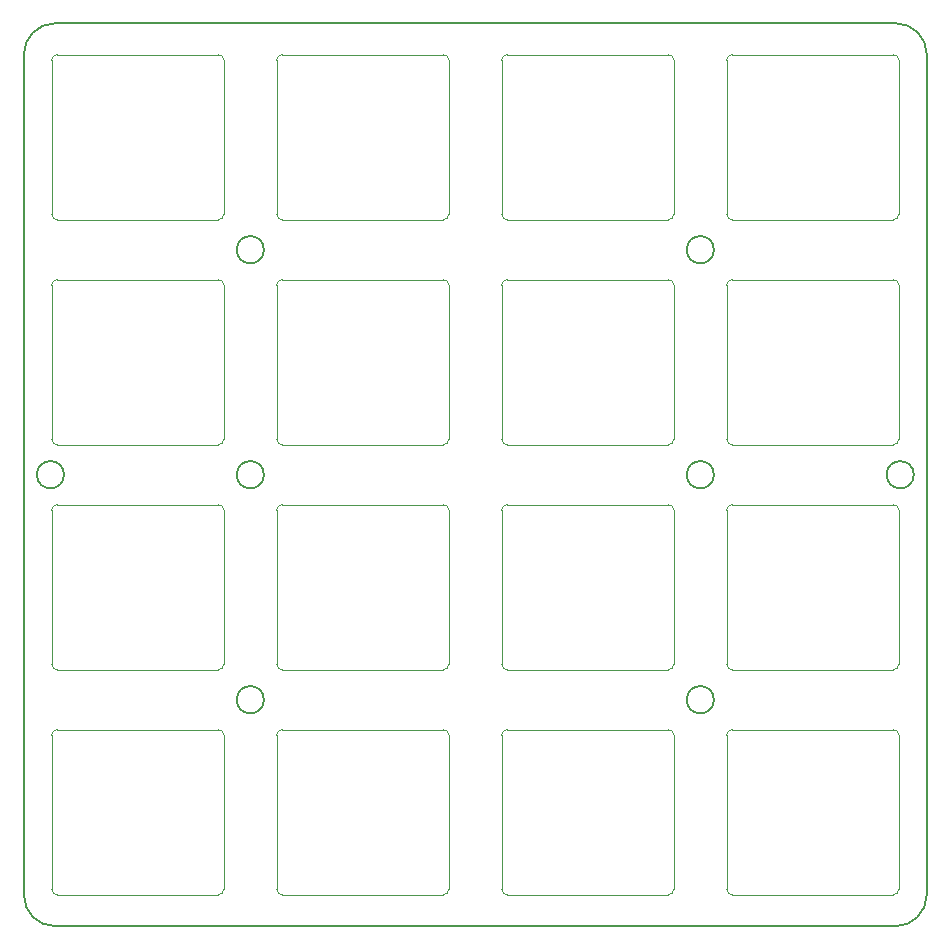
<source format=gbr>
%TF.GenerationSoftware,KiCad,Pcbnew,8.0.8*%
%TF.CreationDate,2025-03-01T19:07:18+01:00*%
%TF.ProjectId,plate 1u,706c6174-6520-4317-952e-6b696361645f,rev?*%
%TF.SameCoordinates,Original*%
%TF.FileFunction,Profile,NP*%
%FSLAX46Y46*%
G04 Gerber Fmt 4.6, Leading zero omitted, Abs format (unit mm)*
G04 Created by KiCad (PCBNEW 8.0.8) date 2025-03-01 19:07:18*
%MOMM*%
%LPD*%
G01*
G04 APERTURE LIST*
%TA.AperFunction,Profile*%
%ADD10C,0.200000*%
%TD*%
%TA.AperFunction,Profile*%
%ADD11C,0.120000*%
%TD*%
G04 APERTURE END LIST*
D10*
X90050000Y-49212500D02*
G75*
G02*
X87750000Y-49212500I-1150000J0D01*
G01*
X87750000Y-49212500D02*
G75*
G02*
X90050000Y-49212500I1150000J0D01*
G01*
X73125000Y-68262500D02*
G75*
G02*
X70825000Y-68262500I-1150000J0D01*
G01*
X70825000Y-68262500D02*
G75*
G02*
X73125000Y-68262500I1150000J0D01*
G01*
X90050000Y-87312500D02*
G75*
G02*
X87750000Y-87312500I-1150000J0D01*
G01*
X87750000Y-87312500D02*
G75*
G02*
X90050000Y-87312500I1150000J0D01*
G01*
X69725000Y-32687500D02*
X69725000Y-103837500D01*
X143525000Y-30037500D02*
X72375000Y-30037500D01*
X143525000Y-30037500D02*
G75*
G02*
X146175000Y-32687500I0J-2650000D01*
G01*
X69725000Y-32687500D02*
G75*
G02*
X72375000Y-30037500I2650000J0D01*
G01*
X146175000Y-103837500D02*
X146175000Y-32687500D01*
X72375000Y-106487500D02*
X143525000Y-106487500D01*
X145075000Y-68262500D02*
G75*
G02*
X142775000Y-68262500I-1150000J0D01*
G01*
X142775000Y-68262500D02*
G75*
G02*
X145075000Y-68262500I1150000J0D01*
G01*
X90050000Y-68262500D02*
G75*
G02*
X87750000Y-68262500I-1150000J0D01*
G01*
X87750000Y-68262500D02*
G75*
G02*
X90050000Y-68262500I1150000J0D01*
G01*
X146175000Y-103837500D02*
G75*
G02*
X143525000Y-106487500I-2650000J0D01*
G01*
X128150000Y-87312500D02*
G75*
G02*
X125850000Y-87312500I-1150000J0D01*
G01*
X125850000Y-87312500D02*
G75*
G02*
X128150000Y-87312500I1150000J0D01*
G01*
X72375000Y-106487500D02*
G75*
G02*
X69725000Y-103837500I0J2650000D01*
G01*
X128150000Y-68262500D02*
G75*
G02*
X125850000Y-68262500I-1150000J0D01*
G01*
X125850000Y-68262500D02*
G75*
G02*
X128150000Y-68262500I1150000J0D01*
G01*
X128150000Y-49212500D02*
G75*
G02*
X125850000Y-49212500I-1150000J0D01*
G01*
X125850000Y-49212500D02*
G75*
G02*
X128150000Y-49212500I1150000J0D01*
G01*
D11*
%TO.C,REF\u002A\u002A*%
X129225000Y-33187500D02*
X129225000Y-46187500D01*
X129725000Y-46687500D02*
X143325000Y-46687500D01*
X143325000Y-32687500D02*
X129725000Y-32687500D01*
X143825000Y-46187500D02*
X143825000Y-33187500D01*
X129225000Y-33187500D02*
G75*
G02*
X129725000Y-32687500I500001J-1D01*
G01*
X129725000Y-46687500D02*
G75*
G02*
X129225000Y-46187500I1J500001D01*
G01*
X143325000Y-32687500D02*
G75*
G02*
X143825000Y-33187500I0J-500000D01*
G01*
X143825000Y-46187500D02*
G75*
G02*
X143325000Y-46687500I-500000J0D01*
G01*
X91125000Y-52237500D02*
X91125000Y-65237500D01*
X91625000Y-65737500D02*
X105225000Y-65737500D01*
X105225000Y-51737500D02*
X91625000Y-51737500D01*
X105725000Y-65237500D02*
X105725000Y-52237500D01*
X91125000Y-52237500D02*
G75*
G02*
X91625000Y-51737500I500001J-1D01*
G01*
X91625000Y-65737500D02*
G75*
G02*
X91125000Y-65237500I1J500001D01*
G01*
X105225000Y-51737500D02*
G75*
G02*
X105725000Y-52237500I0J-500000D01*
G01*
X105725000Y-65237500D02*
G75*
G02*
X105225000Y-65737500I-500000J0D01*
G01*
X110175000Y-52237500D02*
X110175000Y-65237500D01*
X110675000Y-65737500D02*
X124275000Y-65737500D01*
X124275000Y-51737500D02*
X110675000Y-51737500D01*
X124775000Y-65237500D02*
X124775000Y-52237500D01*
X110175000Y-52237500D02*
G75*
G02*
X110675000Y-51737500I500001J-1D01*
G01*
X110675000Y-65737500D02*
G75*
G02*
X110175000Y-65237500I1J500001D01*
G01*
X124275000Y-51737500D02*
G75*
G02*
X124775000Y-52237500I0J-500000D01*
G01*
X124775000Y-65237500D02*
G75*
G02*
X124275000Y-65737500I-500000J0D01*
G01*
X129225000Y-71287500D02*
X129225000Y-84287500D01*
X129725000Y-84787500D02*
X143325000Y-84787500D01*
X143325000Y-70787500D02*
X129725000Y-70787500D01*
X143825000Y-84287500D02*
X143825000Y-71287500D01*
X129225000Y-71287500D02*
G75*
G02*
X129725000Y-70787500I500001J-1D01*
G01*
X129725000Y-84787500D02*
G75*
G02*
X129225000Y-84287500I1J500001D01*
G01*
X143325000Y-70787500D02*
G75*
G02*
X143825000Y-71287500I0J-500000D01*
G01*
X143825000Y-84287500D02*
G75*
G02*
X143325000Y-84787500I-500000J0D01*
G01*
X91125000Y-71287500D02*
X91125000Y-84287500D01*
X91625000Y-84787500D02*
X105225000Y-84787500D01*
X105225000Y-70787500D02*
X91625000Y-70787500D01*
X105725000Y-84287500D02*
X105725000Y-71287500D01*
X91125000Y-71287500D02*
G75*
G02*
X91625000Y-70787500I500001J-1D01*
G01*
X91625000Y-84787500D02*
G75*
G02*
X91125000Y-84287500I1J500001D01*
G01*
X105225000Y-70787500D02*
G75*
G02*
X105725000Y-71287500I0J-500000D01*
G01*
X105725000Y-84287500D02*
G75*
G02*
X105225000Y-84787500I-500000J0D01*
G01*
X72075000Y-52237500D02*
X72075000Y-65237500D01*
X72575000Y-65737500D02*
X86175000Y-65737500D01*
X86175000Y-51737500D02*
X72575000Y-51737500D01*
X86675000Y-65237500D02*
X86675000Y-52237500D01*
X72075000Y-52237500D02*
G75*
G02*
X72575000Y-51737500I500001J-1D01*
G01*
X72575000Y-65737500D02*
G75*
G02*
X72075000Y-65237500I1J500001D01*
G01*
X86175000Y-51737500D02*
G75*
G02*
X86675000Y-52237500I0J-500000D01*
G01*
X86675000Y-65237500D02*
G75*
G02*
X86175000Y-65737500I-500000J0D01*
G01*
X72075000Y-71287500D02*
X72075000Y-84287500D01*
X72575000Y-84787500D02*
X86175000Y-84787500D01*
X86175000Y-70787500D02*
X72575000Y-70787500D01*
X86675000Y-84287500D02*
X86675000Y-71287500D01*
X72075000Y-71287500D02*
G75*
G02*
X72575000Y-70787500I500001J-1D01*
G01*
X72575000Y-84787500D02*
G75*
G02*
X72075000Y-84287500I1J500001D01*
G01*
X86175000Y-70787500D02*
G75*
G02*
X86675000Y-71287500I0J-500000D01*
G01*
X86675000Y-84287500D02*
G75*
G02*
X86175000Y-84787500I-500000J0D01*
G01*
X72075000Y-90337500D02*
X72075000Y-103337500D01*
X72575000Y-103837500D02*
X86175000Y-103837500D01*
X86175000Y-89837500D02*
X72575000Y-89837500D01*
X86675000Y-103337500D02*
X86675000Y-90337500D01*
X72075000Y-90337500D02*
G75*
G02*
X72575000Y-89837500I500001J-1D01*
G01*
X72575000Y-103837500D02*
G75*
G02*
X72075000Y-103337500I1J500001D01*
G01*
X86175000Y-89837500D02*
G75*
G02*
X86675000Y-90337500I0J-500000D01*
G01*
X86675000Y-103337500D02*
G75*
G02*
X86175000Y-103837500I-500000J0D01*
G01*
X110175000Y-33187500D02*
X110175000Y-46187500D01*
X110675000Y-46687500D02*
X124275000Y-46687500D01*
X124275000Y-32687500D02*
X110675000Y-32687500D01*
X124775000Y-46187500D02*
X124775000Y-33187500D01*
X110175000Y-33187500D02*
G75*
G02*
X110675000Y-32687500I500001J-1D01*
G01*
X110675000Y-46687500D02*
G75*
G02*
X110175000Y-46187500I1J500001D01*
G01*
X124275000Y-32687500D02*
G75*
G02*
X124775000Y-33187500I0J-500000D01*
G01*
X124775000Y-46187500D02*
G75*
G02*
X124275000Y-46687500I-500000J0D01*
G01*
X110175000Y-71287500D02*
X110175000Y-84287500D01*
X110675000Y-84787500D02*
X124275000Y-84787500D01*
X124275000Y-70787500D02*
X110675000Y-70787500D01*
X124775000Y-84287500D02*
X124775000Y-71287500D01*
X110175000Y-71287500D02*
G75*
G02*
X110675000Y-70787500I500001J-1D01*
G01*
X110675000Y-84787500D02*
G75*
G02*
X110175000Y-84287500I1J500001D01*
G01*
X124275000Y-70787500D02*
G75*
G02*
X124775000Y-71287500I0J-500000D01*
G01*
X124775000Y-84287500D02*
G75*
G02*
X124275000Y-84787500I-500000J0D01*
G01*
X110175000Y-90337500D02*
X110175000Y-103337500D01*
X110675000Y-103837500D02*
X124275000Y-103837500D01*
X124275000Y-89837500D02*
X110675000Y-89837500D01*
X124775000Y-103337500D02*
X124775000Y-90337500D01*
X110175000Y-90337500D02*
G75*
G02*
X110675000Y-89837500I500001J-1D01*
G01*
X110675000Y-103837500D02*
G75*
G02*
X110175000Y-103337500I1J500001D01*
G01*
X124275000Y-89837500D02*
G75*
G02*
X124775000Y-90337500I0J-500000D01*
G01*
X124775000Y-103337500D02*
G75*
G02*
X124275000Y-103837500I-500000J0D01*
G01*
X91125000Y-90337500D02*
X91125000Y-103337500D01*
X91625000Y-103837500D02*
X105225000Y-103837500D01*
X105225000Y-89837500D02*
X91625000Y-89837500D01*
X105725000Y-103337500D02*
X105725000Y-90337500D01*
X91125000Y-90337500D02*
G75*
G02*
X91625000Y-89837500I500001J-1D01*
G01*
X91625000Y-103837500D02*
G75*
G02*
X91125000Y-103337500I1J500001D01*
G01*
X105225000Y-89837500D02*
G75*
G02*
X105725000Y-90337500I0J-500000D01*
G01*
X105725000Y-103337500D02*
G75*
G02*
X105225000Y-103837500I-500000J0D01*
G01*
X129225000Y-52237500D02*
X129225000Y-65237500D01*
X129725000Y-65737500D02*
X143325000Y-65737500D01*
X143325000Y-51737500D02*
X129725000Y-51737500D01*
X143825000Y-65237500D02*
X143825000Y-52237500D01*
X129225000Y-52237500D02*
G75*
G02*
X129725000Y-51737500I500001J-1D01*
G01*
X129725000Y-65737500D02*
G75*
G02*
X129225000Y-65237500I1J500001D01*
G01*
X143325000Y-51737500D02*
G75*
G02*
X143825000Y-52237500I0J-500000D01*
G01*
X143825000Y-65237500D02*
G75*
G02*
X143325000Y-65737500I-500000J0D01*
G01*
X129225000Y-90337500D02*
X129225000Y-103337500D01*
X129725000Y-103837500D02*
X143325000Y-103837500D01*
X143325000Y-89837500D02*
X129725000Y-89837500D01*
X143825000Y-103337500D02*
X143825000Y-90337500D01*
X129225000Y-90337500D02*
G75*
G02*
X129725000Y-89837500I500001J-1D01*
G01*
X129725000Y-103837500D02*
G75*
G02*
X129225000Y-103337500I1J500001D01*
G01*
X143325000Y-89837500D02*
G75*
G02*
X143825000Y-90337500I0J-500000D01*
G01*
X143825000Y-103337500D02*
G75*
G02*
X143325000Y-103837500I-500000J0D01*
G01*
X72075000Y-33187500D02*
X72075000Y-46187500D01*
X72575000Y-46687500D02*
X86175000Y-46687500D01*
X86175000Y-32687500D02*
X72575000Y-32687500D01*
X86675000Y-46187500D02*
X86675000Y-33187500D01*
X72075000Y-33187500D02*
G75*
G02*
X72575000Y-32687500I500001J-1D01*
G01*
X72575000Y-46687500D02*
G75*
G02*
X72075000Y-46187500I1J500001D01*
G01*
X86175000Y-32687500D02*
G75*
G02*
X86675000Y-33187500I0J-500000D01*
G01*
X86675000Y-46187500D02*
G75*
G02*
X86175000Y-46687500I-500000J0D01*
G01*
X91125000Y-33187500D02*
X91125000Y-46187500D01*
X91625000Y-46687500D02*
X105225000Y-46687500D01*
X105225000Y-32687500D02*
X91625000Y-32687500D01*
X105725000Y-46187500D02*
X105725000Y-33187500D01*
X91125000Y-33187500D02*
G75*
G02*
X91625000Y-32687500I500001J-1D01*
G01*
X91625000Y-46687500D02*
G75*
G02*
X91125000Y-46187500I1J500001D01*
G01*
X105225000Y-32687500D02*
G75*
G02*
X105725000Y-33187500I0J-500000D01*
G01*
X105725000Y-46187500D02*
G75*
G02*
X105225000Y-46687500I-500000J0D01*
G01*
%TD*%
M02*

</source>
